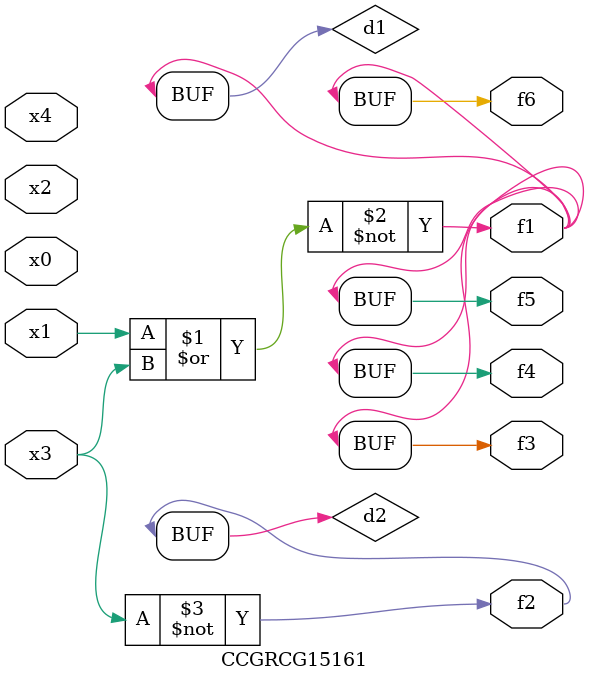
<source format=v>
module CCGRCG15161(
	input x0, x1, x2, x3, x4,
	output f1, f2, f3, f4, f5, f6
);

	wire d1, d2;

	nor (d1, x1, x3);
	not (d2, x3);
	assign f1 = d1;
	assign f2 = d2;
	assign f3 = d1;
	assign f4 = d1;
	assign f5 = d1;
	assign f6 = d1;
endmodule

</source>
